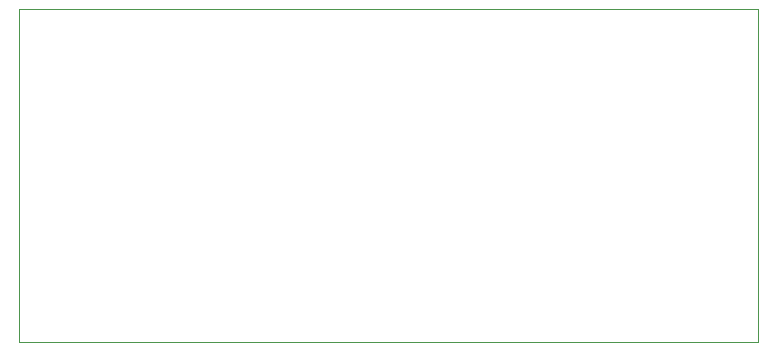
<source format=gbr>
%TF.GenerationSoftware,KiCad,Pcbnew,(6.0.1)*%
%TF.CreationDate,2023-01-17T21:15:05+08:00*%
%TF.ProjectId,TI99Joyadapter,54493939-4a6f-4796-9164-61707465722e,rev?*%
%TF.SameCoordinates,Original*%
%TF.FileFunction,Profile,NP*%
%FSLAX46Y46*%
G04 Gerber Fmt 4.6, Leading zero omitted, Abs format (unit mm)*
G04 Created by KiCad (PCBNEW (6.0.1)) date 2023-01-17 21:15:05*
%MOMM*%
%LPD*%
G01*
G04 APERTURE LIST*
%TA.AperFunction,Profile*%
%ADD10C,0.100000*%
%TD*%
G04 APERTURE END LIST*
D10*
X111600000Y-59200000D02*
X174200000Y-59200000D01*
X174200000Y-59200000D02*
X174200000Y-87400000D01*
X174200000Y-87400000D02*
X111600000Y-87400000D01*
X111600000Y-87400000D02*
X111600000Y-59200000D01*
M02*

</source>
